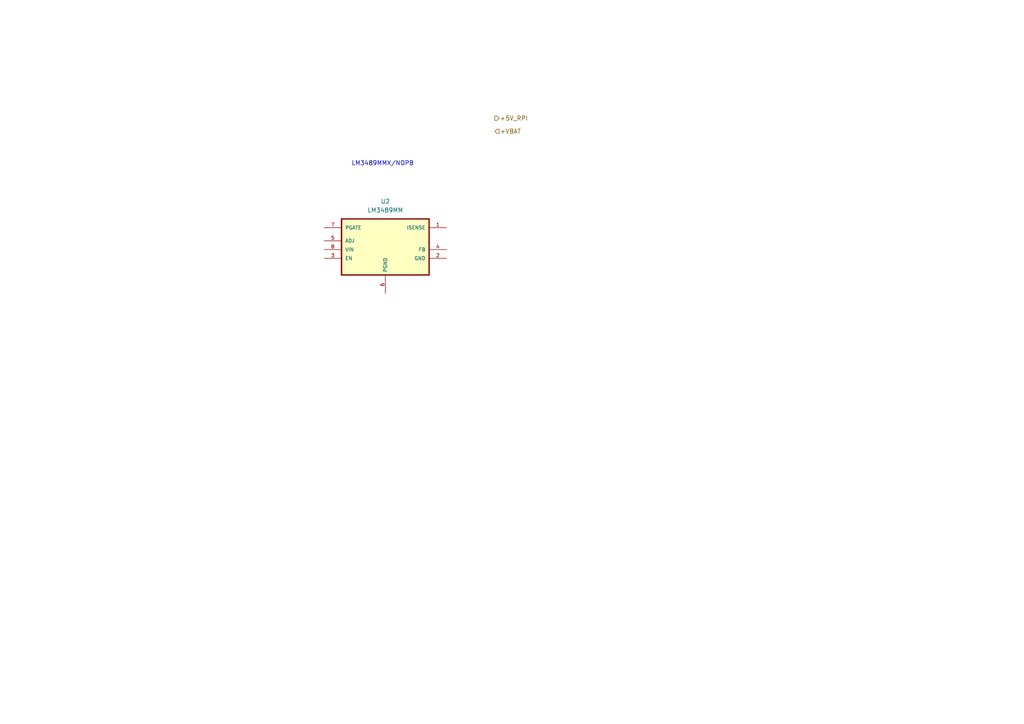
<source format=kicad_sch>
(kicad_sch (version 20231120) (generator "eeschema") (generator_version "8.0")
  (paper "A4")
  (lib_symbols
    (symbol "rpi_power_warden_hat:LM3489MM" (pin_names (offset 1.016))
      (property "Reference" "U" (at -12.7 13.7 0))
      (property "Value" "LM3489MM" (at -5.842 13.462 0))
      (symbol "LM3489MM_0_0"
        (rectangle (start -12.7 12.7) (end 12.7 -3.556) (stroke (width 0.41)) (fill (type background)))
        (pin input line (at 17.78 10.16 180) (length 5.08) (name "ISENSE") (number "1"))
        (pin power_in line (at 17.78 1.27 180) (length 5.08) (name "GND") (number "2"))
        (pin input line (at -17.78 1.27 0) (length 5.08) (name "EN") (number "3"))
        (pin input line (at 17.78 3.81 180) (length 5.08) (name "FB") (number "4"))
        (pin input line (at -17.78 6.35 0) (length 5.08) (name "ADJ") (number "5"))
        (pin power_in line (at 0 -8.89 90) (length 5.08) (name "PGND") (number "6"))
        (pin output line (at -17.78 10.16 0) (length 5.08) (name "PGATE") (number "7"))
        (pin input line (at -17.78 3.81 0) (length 5.08) (name "VIN") (number "8"))
      )
    )
  )
  (text "LM3489MMX/NOPB" (at 110.998 47.498 0) (effects (font (size 1.27 1.27))))
  (hierarchical_label "+5V_RPI" (shape output) (at 143.51 34.29 0))
  (hierarchical_label "+VBAT" (shape input) (at 143.51 38.1 0))
  (symbol (lib_id "rpi_power_warden_hat:LM3489MM") (at 111.76 76.2 0) (unit 1)
    (property "Reference" "U2" (at 111.76 58.42 0))
    (property "Value" "LM3489MM" (at 111.76 60.96 0))
    (property "Footprint" "rpi_power_warden_hat:SOP65P490X110-8N" (effects (hide yes)))
    (property "Datasheet" "https://www.ti.com/lit/ds/symlink/lm3489.pdf?HQS=dis-dk-null-digikeymode-dsf-pf-null-wwe&ts=1747082517840&ref_url=https%253A%252F%252Fwww.ti.com%252Fgeneral%252Fdocs%252Fsuppproductinfo.tsp%253FdistId%253D10%2526gotoUrl%253Dhttps%253A%252F%252Fwww.ti.com%252Flit%252Fgpn%252Flm3489" (effects (hide yes)))
    (property "Description" "IC REG CTRLR BUCK 8VSSOP" (effects (hide yes)))
    (property "manufacturer" "Texas Instruments" (effects (hide yes)))
    (property "mfg_num" "LM3489MM/NOPB" (effects (hide yes)))
  )
)
</source>
